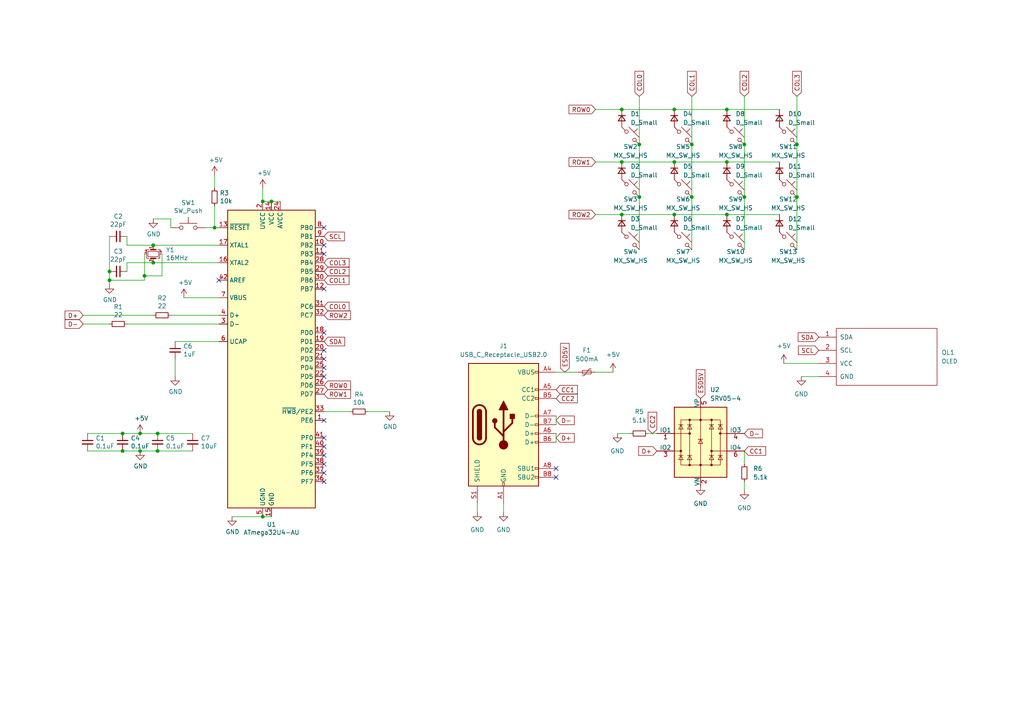
<source format=kicad_sch>
(kicad_sch (version 20211123) (generator eeschema)
  (paper "A4")
  (lib_symbols
    (symbol "Connector:USB_C_Receptacle_USB2.0" (pin_names (offset 1.016))
      (property "Reference" "J" (at -10.16 19.05 0))
      (property "Value" "USB_C_Receptacle_USB2.0" (at 19.05 19.05 0))
      (symbol "USB_C_Receptacle_USB2.0_0_0"
        (rectangle (start -0.254 -17.78) (end 0.254 -16.764))
        (rectangle (start 10.16 -14.986) (end 9.144 -15.494))
        (rectangle (start 10.16 -12.446) (end 9.144 -12.954))
        (rectangle (start 10.16 -4.826) (end 9.144 -5.334))
        (rectangle (start 10.16 -2.286) (end 9.144 -2.794))
        (rectangle (start 10.16 0.254) (end 9.144 -0.254))
        (rectangle (start 10.16 2.794) (end 9.144 2.286))
        (rectangle (start 10.16 7.874) (end 9.144 7.366))
        (rectangle (start 10.16 10.414) (end 9.144 9.906))
        (rectangle (start 10.16 15.494) (end 9.144 14.986))
      )
      (symbol "USB_C_Receptacle_USB2.0_0_1"
        (rectangle (start -10.16 17.78) (end 10.16 -17.78) (stroke (width 0.254)) (fill (type background)))
        (arc (start -8.89 -3.81) (mid -6.985 -5.715) (end -5.08 -3.81) (stroke (width 0.508)))
        (arc (start -7.62 -3.81) (mid -6.985 -4.445) (end -6.35 -3.81) (stroke (width 0.254)))
        (arc (start -7.62 -3.81) (mid -6.985 -4.445) (end -6.35 -3.81) (stroke (width 0.254)) (fill (type outline)))
        (rectangle (start -7.62 -3.81) (end -6.35 3.81) (stroke (width 0.254)) (fill (type outline)))
        (arc (start -6.35 3.81) (mid -6.985 4.445) (end -7.62 3.81) (stroke (width 0.254)))
        (arc (start -6.35 3.81) (mid -6.985 4.445) (end -7.62 3.81) (stroke (width 0.254)) (fill (type outline)))
        (arc (start -5.08 3.81) (mid -6.985 5.715) (end -8.89 3.81) (stroke (width 0.508)))
        (circle (center -2.54 1.143) (radius 0.635) (stroke (width 0.254)) (fill (type outline)))
        (circle (center 0 -5.842) (radius 1.27) (fill (type outline)))
        (polyline (pts (xy -8.89 -3.81) (xy -8.89 3.81)) (stroke (width 0.508)))
        (polyline (pts (xy -5.08 3.81) (xy -5.08 -3.81)) (stroke (width 0.508)))
        (polyline (pts (xy 0 -5.842) (xy 0 4.318)) (stroke (width 0.508)))
        (polyline (pts (xy 0 -3.302) (xy -2.54 -0.762) (xy -2.54 0.508)) (stroke (width 0.508)))
        (polyline (pts (xy 0 -2.032) (xy 2.54 0.508) (xy 2.54 1.778)) (stroke (width 0.508)))
        (polyline (pts (xy -1.27 4.318) (xy 0 6.858) (xy 1.27 4.318) (xy -1.27 4.318)) (stroke (width 0.254)) (fill (type outline)))
        (rectangle (start 1.905 1.778) (end 3.175 3.048) (stroke (width 0.254)) (fill (type outline)))
      )
      (symbol "USB_C_Receptacle_USB2.0_1_1"
        (pin passive line (at 0 -22.86 90) (length 5.08) (name "GND") (number "A1"))
        (pin passive line (at 0 -22.86 90) (length 5.08) hide (name "GND") (number "A12"))
        (pin passive line (at 15.24 15.24 180) (length 5.08) (name "VBUS") (number "A4"))
        (pin bidirectional line (at 15.24 10.16 180) (length 5.08) (name "CC1") (number "A5"))
        (pin bidirectional line (at 15.24 -2.54 180) (length 5.08) (name "D+") (number "A6"))
        (pin bidirectional line (at 15.24 2.54 180) (length 5.08) (name "D-") (number "A7"))
        (pin bidirectional line (at 15.24 -12.7 180) (length 5.08) (name "SBU1") (number "A8"))
        (pin passive line (at 15.24 15.24 180) (length 5.08) hide (name "VBUS") (number "A9"))
        (pin passive line (at 0 -22.86 90) (length 5.08) hide (name "GND") (number "B1"))
        (pin passive line (at 0 -22.86 90) (length 5.08) hide (name "GND") (number "B12"))
        (pin passive line (at 15.24 15.24 180) (length 5.08) hide (name "VBUS") (number "B4"))
        (pin bidirectional line (at 15.24 7.62 180) (length 5.08) (name "CC2") (number "B5"))
        (pin bidirectional line (at 15.24 -5.08 180) (length 5.08) (name "D+") (number "B6"))
        (pin bidirectional line (at 15.24 0 180) (length 5.08) (name "D-") (number "B7"))
        (pin bidirectional line (at 15.24 -15.24 180) (length 5.08) (name "SBU2") (number "B8"))
        (pin passive line (at 15.24 15.24 180) (length 5.08) hide (name "VBUS") (number "B9"))
        (pin passive line (at -7.62 -22.86 90) (length 5.08) (name "SHIELD") (number "S1"))
      )
    )
    (symbol "Device:C_Small" (pin_numbers hide) (pin_names (offset 0.254) hide)
      (property "Reference" "C" (at 0.254 1.778 0))
      (property "Value" "C_Small" (at 0.254 -2.032 0))
      (symbol "C_Small_0_1"
        (polyline (pts (xy -1.524 -0.508) (xy 1.524 -0.508)) (stroke (width 0.3302)))
        (polyline (pts (xy -1.524 0.508) (xy 1.524 0.508)) (stroke (width 0.3048)))
      )
      (symbol "C_Small_1_1"
        (pin passive line (at 0 2.54 270) (length 2.032) (name "~") (number "1"))
        (pin passive line (at 0 -2.54 90) (length 2.032) (name "~") (number "2"))
      )
    )
    (symbol "Device:Crystal_GND24_Small" (pin_names (offset 1.016) hide)
      (property "Reference" "Y" (at 1.27 4.445 0))
      (property "Value" "Crystal_GND24_Small" (at 1.27 2.54 0))
      (symbol "Crystal_GND24_Small_0_1"
        (rectangle (start -0.762 -1.524) (end 0.762 1.524))
        (polyline (pts (xy -1.27 -0.762) (xy -1.27 0.762)) (stroke (width 0.381)))
        (polyline (pts (xy 1.27 -0.762) (xy 1.27 0.762)) (stroke (width 0.381)))
        (polyline (pts (xy -1.27 -1.27) (xy -1.27 -1.905) (xy 1.27 -1.905) (xy 1.27 -1.27)))
        (polyline (pts (xy -1.27 1.27) (xy -1.27 1.905) (xy 1.27 1.905) (xy 1.27 1.27)))
      )
      (symbol "Crystal_GND24_Small_1_1"
        (pin passive line (at -2.54 0 0) (length 1.27) (name "1") (number "1"))
        (pin passive line (at 0 -2.54 90) (length 0.635) (name "2") (number "2"))
        (pin passive line (at 2.54 0 180) (length 1.27) (name "3") (number "3"))
        (pin passive line (at 0 2.54 270) (length 0.635) (name "4") (number "4"))
      )
    )
    (symbol "Device:D_Small" (pin_numbers hide) (pin_names (offset 0.254) hide)
      (property "Reference" "D" (at -1.27 2.032 0))
      (property "Value" "D_Small" (at -3.81 -2.032 0))
      (symbol "D_Small_0_1"
        (polyline (pts (xy -0.762 -1.016) (xy -0.762 1.016)) (stroke (width 0.254)))
        (polyline (pts (xy -0.762 0) (xy 0.762 0)))
        (polyline (pts (xy 0.762 -1.016) (xy -0.762 0) (xy 0.762 1.016) (xy 0.762 -1.016)) (stroke (width 0.254)))
      )
      (symbol "D_Small_1_1"
        (pin passive line (at -2.54 0 0) (length 1.778) (name "K") (number "1"))
        (pin passive line (at 2.54 0 180) (length 1.778) (name "A") (number "2"))
      )
    )
    (symbol "Device:Polyfuse_Small" (pin_numbers hide) (pin_names (offset 0))
      (property "Reference" "F" (at -1.905 0 90))
      (property "Value" "Polyfuse_Small" (at 1.905 0 90))
      (symbol "Polyfuse_Small_0_1"
        (rectangle (start -0.508 1.27) (end 0.508 -1.27))
        (polyline (pts (xy 0 2.54) (xy 0 -2.54)))
        (polyline (pts (xy -1.016 1.27) (xy -1.016 0.762) (xy 1.016 -0.762) (xy 1.016 -1.27)))
      )
      (symbol "Polyfuse_Small_1_1"
        (pin passive line (at 0 2.54 270) (length 0.635) (name "~") (number "1"))
        (pin passive line (at 0 -2.54 90) (length 0.635) (name "~") (number "2"))
      )
    )
    (symbol "Device:R_Small" (pin_numbers hide) (pin_names (offset 0.254) hide)
      (property "Reference" "R" (at 0.762 0.508 0))
      (property "Value" "R_Small" (at 0.762 -1.016 0))
      (symbol "R_Small_0_1"
        (rectangle (start -0.762 1.778) (end 0.762 -1.778) (stroke (width 0.2032)))
      )
      (symbol "R_Small_1_1"
        (pin passive line (at 0 2.54 270) (length 0.762) (name "~") (number "1"))
        (pin passive line (at 0 -2.54 90) (length 0.762) (name "~") (number "2"))
      )
    )
    (symbol "Power_Protection:SRV05-4" (pin_names (offset 0))
      (property "Reference" "U" (at -5.08 11.43 0))
      (property "Value" "SRV05-4" (at 2.54 11.43 0))
      (symbol "SRV05-4_0_0"
        (rectangle (start -5.715 6.477) (end 5.715 -6.604))
        (polyline (pts (xy -3.175 -6.604) (xy -3.175 6.477)))
        (polyline (pts (xy 3.175 6.477) (xy 3.175 -6.604)))
      )
      (symbol "SRV05-4_0_1"
        (rectangle (start -7.62 10.16) (end 7.62 -10.16) (stroke (width 0.254)) (fill (type background)))
        (circle (center -5.715 -2.54) (radius 0.2794) (fill (type outline)))
        (circle (center -3.175 -6.604) (radius 0.2794) (fill (type outline)))
        (circle (center -3.175 2.54) (radius 0.2794) (fill (type outline)))
        (circle (center -3.175 6.477) (radius 0.2794) (fill (type outline)))
        (circle (center 0 -6.604) (radius 0.2794) (fill (type outline)))
        (polyline (pts (xy -7.747 2.54) (xy -3.175 2.54)))
        (polyline (pts (xy -7.62 -2.54) (xy -5.715 -2.54)))
        (polyline (pts (xy -5.08 -3.81) (xy -6.35 -3.81)))
        (polyline (pts (xy -5.08 5.08) (xy -6.35 5.08)))
        (polyline (pts (xy -2.54 -3.81) (xy -3.81 -3.81)))
        (polyline (pts (xy -2.54 5.08) (xy -3.81 5.08)))
        (polyline (pts (xy 0 10.16) (xy 0 -10.16)))
        (polyline (pts (xy 3.81 -3.81) (xy 2.54 -3.81)))
        (polyline (pts (xy 3.81 5.08) (xy 2.54 5.08)))
        (polyline (pts (xy 6.35 -3.81) (xy 5.08 -3.81)))
        (polyline (pts (xy 6.35 5.08) (xy 5.08 5.08)))
        (polyline (pts (xy 7.62 -2.54) (xy 3.175 -2.54)))
        (polyline (pts (xy 7.62 2.54) (xy 5.715 2.54)))
        (polyline (pts (xy 0.635 0.889) (xy -0.635 0.889) (xy -0.635 0.635)))
        (polyline (pts (xy -5.08 -5.08) (xy -6.35 -5.08) (xy -5.715 -3.81) (xy -5.08 -5.08)))
        (polyline (pts (xy -5.08 3.81) (xy -6.35 3.81) (xy -5.715 5.08) (xy -5.08 3.81)))
        (polyline (pts (xy -2.54 -5.08) (xy -3.81 -5.08) (xy -3.175 -3.81) (xy -2.54 -5.08)))
        (polyline (pts (xy -2.54 3.81) (xy -3.81 3.81) (xy -3.175 5.08) (xy -2.54 3.81)))
        (polyline (pts (xy 0.635 -0.381) (xy -0.635 -0.381) (xy 0 0.889) (xy 0.635 -0.381)))
        (polyline (pts (xy 3.81 -5.08) (xy 2.54 -5.08) (xy 3.175 -3.81) (xy 3.81 -5.08)))
        (polyline (pts (xy 3.81 3.81) (xy 2.54 3.81) (xy 3.175 5.08) (xy 3.81 3.81)))
        (polyline (pts (xy 6.35 -5.08) (xy 5.08 -5.08) (xy 5.715 -3.81) (xy 6.35 -5.08)))
        (polyline (pts (xy 6.35 3.81) (xy 5.08 3.81) (xy 5.715 5.08) (xy 6.35 3.81)))
        (circle (center 0 6.477) (radius 0.2794) (fill (type outline)))
        (circle (center 3.175 -6.604) (radius 0.2794) (fill (type outline)))
        (circle (center 3.175 -2.54) (radius 0.2794) (fill (type outline)))
        (circle (center 3.175 6.477) (radius 0.2794) (fill (type outline)))
        (circle (center 5.715 2.54) (radius 0.2794) (fill (type outline)))
      )
      (symbol "SRV05-4_1_1"
        (pin passive line (at -12.7 2.54 0) (length 5.08) (name "IO1") (number "1"))
        (pin passive line (at 0 -12.7 90) (length 2.54) (name "VN") (number "2"))
        (pin passive line (at -12.7 -2.54 0) (length 5.08) (name "IO2") (number "3"))
        (pin passive line (at 12.7 2.54 180) (length 5.08) (name "IO3") (number "4"))
        (pin passive line (at 0 12.7 270) (length 2.54) (name "VP") (number "5"))
        (pin passive line (at 12.7 -2.54 180) (length 5.08) (name "IO4") (number "6"))
      )
    )
    (symbol "Switch:SW_Push" (pin_numbers hide) (pin_names (offset 1.016) hide)
      (property "Reference" "SW" (at 1.27 2.54 0))
      (property "Value" "SW_Push" (at 0 -1.524 0))
      (symbol "SW_Push_0_1"
        (circle (center -2.032 0) (radius 0.508))
        (polyline (pts (xy 0 1.27) (xy 0 3.048)))
        (polyline (pts (xy 2.54 1.27) (xy -2.54 1.27)))
        (circle (center 2.032 0) (radius 0.508))
        (pin passive line (at -5.08 0 0) (length 2.54) (name "1") (number "1"))
        (pin passive line (at 5.08 0 180) (length 2.54) (name "2") (number "2"))
      )
    )
    (symbol "hayabusa04-rescue:ATmega32U4-AU-MCU_Microchip_ATmega"
      (property "Reference" "U" (at -12.7 44.45 0))
      (property "Value" "ATmega32U4-AU-MCU_Microchip_ATmega" (at 2.54 -44.45 0))
      (symbol "ATmega32U4-AU-MCU_Microchip_ATmega_0_1"
        (rectangle (start -12.7 -43.18) (end 12.7 43.18) (stroke (width 0.254)) (fill (type background)))
      )
      (symbol "ATmega32U4-AU-MCU_Microchip_ATmega_1_1"
        (pin tri_state line (at 15.24 -17.78 180) (length 2.54) (name "PE6") (number "1"))
        (pin tri_state line (at 15.24 33.02 180) (length 2.54) (name "PB2") (number "10"))
        (pin tri_state line (at 15.24 30.48 180) (length 2.54) (name "PB3") (number "11"))
        (pin tri_state line (at 15.24 20.32 180) (length 2.54) (name "PB7") (number "12"))
        (pin input line (at -15.24 38.1 0) (length 2.54) (name "~{RESET}") (number "13"))
        (pin power_in line (at 0 45.72 270) (length 2.54) (name "VCC") (number "14"))
        (pin power_in line (at 0 -45.72 90) (length 2.54) (name "GND") (number "15"))
        (pin output line (at -15.24 27.94 0) (length 2.54) (name "XTAL2") (number "16"))
        (pin input line (at -15.24 33.02 0) (length 2.54) (name "XTAL1") (number "17"))
        (pin tri_state line (at 15.24 7.62 180) (length 2.54) (name "PD0") (number "18"))
        (pin tri_state line (at 15.24 5.08 180) (length 2.54) (name "PD1") (number "19"))
        (pin power_in line (at -2.54 45.72 270) (length 2.54) (name "UVCC") (number "2"))
        (pin tri_state line (at 15.24 2.54 180) (length 2.54) (name "PD2") (number "20"))
        (pin tri_state line (at 15.24 0 180) (length 2.54) (name "PD3") (number "21"))
        (pin tri_state line (at 15.24 -5.08 180) (length 2.54) (name "PD5") (number "22"))
        (pin passive line (at 0 -45.72 90) (length 2.54) hide (name "GND") (number "23"))
        (pin power_in line (at 2.54 45.72 270) (length 2.54) (name "AVCC") (number "24"))
        (pin tri_state line (at 15.24 -2.54 180) (length 2.54) (name "PD4") (number "25"))
        (pin tri_state line (at 15.24 -7.62 180) (length 2.54) (name "PD6") (number "26"))
        (pin tri_state line (at 15.24 -10.16 180) (length 2.54) (name "PD7") (number "27"))
        (pin tri_state line (at 15.24 27.94 180) (length 2.54) (name "PB4") (number "28"))
        (pin tri_state line (at 15.24 25.4 180) (length 2.54) (name "PB5") (number "29"))
        (pin bidirectional line (at -15.24 10.16 0) (length 2.54) (name "D-") (number "3"))
        (pin tri_state line (at 15.24 22.86 180) (length 2.54) (name "PB6") (number "30"))
        (pin tri_state line (at 15.24 15.24 180) (length 2.54) (name "PC6") (number "31"))
        (pin tri_state line (at 15.24 12.7 180) (length 2.54) (name "PC7") (number "32"))
        (pin tri_state line (at 15.24 -15.24 180) (length 2.54) (name "~{HWB}/PE2") (number "33"))
        (pin passive line (at 0 45.72 270) (length 2.54) hide (name "VCC") (number "34"))
        (pin passive line (at 0 -45.72 90) (length 2.54) hide (name "GND") (number "35"))
        (pin tri_state line (at 15.24 -35.56 180) (length 2.54) (name "PF7") (number "36"))
        (pin tri_state line (at 15.24 -33.02 180) (length 2.54) (name "PF6") (number "37"))
        (pin tri_state line (at 15.24 -30.48 180) (length 2.54) (name "PF5") (number "38"))
        (pin tri_state line (at 15.24 -27.94 180) (length 2.54) (name "PF4") (number "39"))
        (pin bidirectional line (at -15.24 12.7 0) (length 2.54) (name "D+") (number "4"))
        (pin tri_state line (at 15.24 -25.4 180) (length 2.54) (name "PF1") (number "40"))
        (pin tri_state line (at 15.24 -22.86 180) (length 2.54) (name "PF0") (number "41"))
        (pin passive line (at -15.24 22.86 0) (length 2.54) (name "AREF") (number "42"))
        (pin passive line (at 0 -45.72 90) (length 2.54) hide (name "GND") (number "43"))
        (pin passive line (at 2.54 45.72 270) (length 2.54) hide (name "AVCC") (number "44"))
        (pin passive line (at -2.54 -45.72 90) (length 2.54) (name "UGND") (number "5"))
        (pin passive line (at -15.24 5.08 0) (length 2.54) (name "UCAP") (number "6"))
        (pin input line (at -15.24 17.78 0) (length 2.54) (name "VBUS") (number "7"))
        (pin tri_state line (at 15.24 38.1 180) (length 2.54) (name "PB0") (number "8"))
        (pin tri_state line (at 15.24 35.56 180) (length 2.54) (name "PB1") (number "9"))
      )
    )
    (symbol "kbd:OLED" (pin_names (offset 1.016))
      (property "Reference" "OL" (at 0 2.54 0))
      (property "Value" "OLED" (at 0 -1.27 0))
      (symbol "OLED_0_1"
        (rectangle (start -13.97 8.89) (end 15.24 -7.62))
      )
      (symbol "OLED_1_1"
        (pin bidirectional line (at -19.05 6.35 0) (length 5.08) (name "SDA") (number "1"))
        (pin bidirectional line (at -19.05 2.54 0) (length 5.08) (name "SCL") (number "2"))
        (pin power_in line (at -19.05 -1.27 0) (length 5.08) (name "VCC") (number "3"))
        (pin power_in line (at -19.05 -5.08 0) (length 5.08) (name "GND") (number "4"))
      )
    )
    (symbol "marbastlib-mx:MX_SW_HS" (pin_numbers hide) (pin_names (offset 1.016) hide)
      (property "Reference" "SW" (at 3.048 1.016 0))
      (property "Value" "MX_SW_HS" (at 0 -3.81 0))
      (symbol "MX_SW_HS_0_1"
        (circle (center -1.1684 1.1684) (radius 0.508))
        (polyline (pts (xy -0.508 2.54) (xy 2.54 -0.508)))
        (polyline (pts (xy 1.016 1.016) (xy 2.032 2.032)))
        (polyline (pts (xy -2.54 2.54) (xy -1.524 1.524) (xy -1.524 1.524)))
        (polyline (pts (xy 1.524 -1.524) (xy 2.54 -2.54) (xy 2.54 -2.54) (xy 2.54 -2.54)))
        (circle (center 1.143 -1.1938) (radius 0.508))
        (pin passive line (at -2.54 2.54 0) (length 0) (name "1") (number "1"))
        (pin passive line (at 2.54 -2.54 180) (length 0) (name "2") (number "2"))
      )
    )
    (symbol "power:+5V" (power) (pin_names (offset 0))
      (property "Value" "+5V" (at 0 3.556 0))
      (symbol "+5V_0_1"
        (polyline (pts (xy -0.762 1.27) (xy 0 2.54)))
        (polyline (pts (xy 0 0) (xy 0 2.54)))
        (polyline (pts (xy 0 2.54) (xy 0.762 1.27)))
      )
      (symbol "+5V_1_1"
        (pin power_in line (at 0 0 90) (length 0) hide (name "+5V") (number "1"))
      )
    )
    (symbol "power:GND" (power) (pin_names (offset 0))
      (property "Value" "GND" (at 0 -3.81 0))
      (symbol "GND_0_1"
        (polyline (pts (xy 0 0) (xy 0 -1.27) (xy 1.27 -1.27) (xy 0 -2.54) (xy -1.27 -1.27) (xy 0 -1.27)))
      )
      (symbol "GND_1_1"
        (pin power_in line (at 0 0 270) (length 0) hide (name "GND") (number "1"))
      )
    )
  )
  (junction (at 45.72 125.73))
  (junction (at 40.64 130.81))
  (junction (at 35.56 125.73))
  (junction (at 76.2 58.42))
  (junction (at 195.58 31.75))
  (junction (at 31.75 81.28))
  (junction (at 40.64 125.73))
  (junction (at 200.66 41.91))
  (junction (at 35.56 130.81))
  (junction (at 195.58 62.23))
  (junction (at 215.9 41.91))
  (junction (at 195.58 46.99))
  (junction (at 180.34 31.75))
  (junction (at 44.45 71.12))
  (junction (at 210.82 31.75))
  (junction (at 200.66 57.15))
  (junction (at 76.2 149.86))
  (junction (at 210.82 46.99))
  (junction (at 231.14 41.91))
  (junction (at 185.42 41.91))
  (junction (at 31.75 78.74))
  (junction (at 215.9 57.15))
  (junction (at 180.34 46.99))
  (junction (at 231.14 57.15))
  (junction (at 41.91 80.01))
  (junction (at 210.82 62.23))
  (junction (at 78.74 58.42))
  (junction (at 180.34 62.23))
  (junction (at 44.45 76.2))
  (junction (at 62.23 66.04))
  (junction (at 185.42 57.15))
  (junction (at 45.72 130.81))
  (no_connect (at 93.98 71.12))
  (no_connect (at 93.98 83.82))
  (no_connect (at 93.98 66.04))
  (no_connect (at 93.98 121.92))
  (no_connect (at 93.98 127))
  (no_connect (at 93.98 101.6))
  (no_connect (at 93.98 134.62))
  (no_connect (at 93.98 104.14))
  (no_connect (at 161.29 135.89))
  (no_connect (at 93.98 109.22))
  (no_connect (at 93.98 96.52))
  (no_connect (at 93.98 106.68))
  (no_connect (at 161.29 138.43))
  (no_connect (at 93.98 139.7))
  (no_connect (at 93.98 137.16))
  (no_connect (at 93.98 129.54))
  (no_connect (at 93.98 73.66))
  (no_connect (at 63.5 81.28))
  (no_connect (at 93.98 132.08))
  (wire (pts (xy 232.41 109.22) (xy 237.49 109.22)))
  (wire (pts (xy 62.23 50.8) (xy 62.23 54.61)))
  (wire (pts (xy 180.34 31.75) (xy 195.58 31.75)))
  (wire (pts (xy 53.34 86.36) (xy 63.5 86.36)))
  (wire (pts (xy 215.9 130.81) (xy 215.9 134.62)))
  (wire (pts (xy 44.45 71.12) (xy 63.5 71.12)))
  (wire (pts (xy 49.53 63.5) (xy 49.53 66.04)))
  (wire (pts (xy 31.75 93.98) (xy 24.13 93.98)))
  (wire (pts (xy 106.68 119.38) (xy 113.03 119.38)))
  (wire (pts (xy 185.42 57.15) (xy 185.42 72.39)))
  (wire (pts (xy 180.34 46.99) (xy 195.58 46.99)))
  (wire (pts (xy 195.58 31.75) (xy 210.82 31.75)))
  (wire (pts (xy 187.96 125.73) (xy 190.5 125.73)))
  (wire (pts (xy 215.9 57.15) (xy 215.9 72.39)))
  (wire (pts (xy 210.82 46.99) (xy 226.06 46.99)))
  (wire (pts (xy 172.72 107.95) (xy 177.8 107.95)))
  (wire (pts (xy 146.05 146.05) (xy 146.05 148.59)))
  (wire (pts (xy 231.14 41.91) (xy 231.14 57.15)))
  (wire (pts (xy 172.72 62.23) (xy 180.34 62.23)))
  (wire (pts (xy 62.23 66.04) (xy 63.5 66.04)))
  (wire (pts (xy 44.45 76.2) (xy 63.5 76.2)))
  (wire (pts (xy 44.45 76.2) (xy 36.83 76.2)))
  (wire (pts (xy 31.75 81.28) (xy 31.75 82.55)))
  (wire (pts (xy 45.72 125.73) (xy 55.88 125.73)))
  (wire (pts (xy 172.72 46.99) (xy 180.34 46.99)))
  (wire (pts (xy 36.83 68.58) (xy 36.83 71.12)))
  (wire (pts (xy 44.45 63.5) (xy 49.53 63.5)))
  (wire (pts (xy 50.8 104.14) (xy 50.8 109.22)))
  (wire (pts (xy 195.58 62.23) (xy 210.82 62.23)))
  (wire (pts (xy 41.91 73.66) (xy 41.91 80.01)))
  (wire (pts (xy 46.99 73.66) (xy 46.99 80.01)))
  (wire (pts (xy 31.75 78.74) (xy 31.75 81.28)))
  (wire (pts (xy 172.72 31.75) (xy 180.34 31.75)))
  (wire (pts (xy 50.8 99.06) (xy 63.5 99.06)))
  (wire (pts (xy 63.5 91.44) (xy 49.53 91.44)))
  (wire (pts (xy 55.88 130.81) (xy 45.72 130.81)))
  (wire (pts (xy 41.91 81.28) (xy 31.75 81.28)))
  (wire (pts (xy 161.29 125.73) (xy 161.29 128.27)))
  (wire (pts (xy 161.29 107.95) (xy 167.64 107.95)))
  (wire (pts (xy 93.98 119.38) (xy 101.6 119.38)))
  (wire (pts (xy 231.14 27.94) (xy 231.14 41.91)))
  (wire (pts (xy 76.2 58.42) (xy 78.74 58.42)))
  (wire (pts (xy 40.64 130.81) (xy 35.56 130.81)))
  (wire (pts (xy 62.23 59.69) (xy 62.23 66.04)))
  (wire (pts (xy 195.58 46.99) (xy 210.82 46.99)))
  (wire (pts (xy 210.82 62.23) (xy 226.06 62.23)))
  (wire (pts (xy 35.56 125.73) (xy 40.64 125.73)))
  (wire (pts (xy 41.91 80.01) (xy 41.91 81.28)))
  (wire (pts (xy 35.56 130.81) (xy 25.4 130.81)))
  (wire (pts (xy 67.31 149.86) (xy 76.2 149.86)))
  (wire (pts (xy 36.83 76.2) (xy 36.83 78.74)))
  (wire (pts (xy 179.07 125.73) (xy 182.88 125.73)))
  (wire (pts (xy 215.9 139.7) (xy 215.9 142.24)))
  (wire (pts (xy 200.66 57.15) (xy 200.66 72.39)))
  (wire (pts (xy 215.9 41.91) (xy 215.9 57.15)))
  (wire (pts (xy 45.72 130.81) (xy 40.64 130.81)))
  (wire (pts (xy 210.82 31.75) (xy 226.06 31.75)))
  (wire (pts (xy 40.64 125.73) (xy 45.72 125.73)))
  (wire (pts (xy 76.2 149.86) (xy 78.74 149.86)))
  (wire (pts (xy 31.75 68.58) (xy 31.75 78.74)))
  (wire (pts (xy 200.66 41.91) (xy 200.66 57.15)))
  (wire (pts (xy 63.5 93.98) (xy 36.83 93.98)))
  (wire (pts (xy 215.9 27.94) (xy 215.9 41.91)))
  (wire (pts (xy 180.34 62.23) (xy 195.58 62.23)))
  (wire (pts (xy 185.42 41.91) (xy 185.42 57.15)))
  (wire (pts (xy 46.99 80.01) (xy 41.91 80.01)))
  (wire (pts (xy 231.14 57.15) (xy 231.14 72.39)))
  (wire (pts (xy 161.29 120.65) (xy 161.29 123.19)))
  (wire (pts (xy 78.74 58.42) (xy 81.28 58.42)))
  (wire (pts (xy 44.45 91.44) (xy 24.13 91.44)))
  (wire (pts (xy 76.2 54.61) (xy 76.2 58.42)))
  (wire (pts (xy 25.4 125.73) (xy 35.56 125.73)))
  (wire (pts (xy 138.43 146.05) (xy 138.43 148.59)))
  (wire (pts (xy 36.83 71.12) (xy 44.45 71.12)))
  (wire (pts (xy 185.42 27.94) (xy 185.42 41.91)))
  (wire (pts (xy 200.66 27.94) (xy 200.66 41.91)))
  (wire (pts (xy 227.33 105.41) (xy 237.49 105.41)))
  (wire (pts (xy 59.69 66.04) (xy 62.23 66.04)))
  (global_label "SDA" (shape input) (at 93.98 99.06 0) (property "Intersheet References" "${INTERSHEET_REFS}" (effects hide)))
  (global_label "SCL" (shape input) (at 237.49 101.6 180) (property "Intersheet References" "${INTERSHEET_REFS}" (effects hide)))
  (global_label "ROW0" (shape input) (at 93.98 111.76 0) (property "Intersheet References" "${INTERSHEET_REFS}" (effects hide)))
  (global_label "D-" (shape input) (at 161.29 121.92 0) (property "Intersheet References" "${INTERSHEET_REFS}" (effects hide)))
  (global_label "COL1" (shape input) (at 200.66 27.94 90) (property "Intersheet References" "${INTERSHEET_REFS}" (effects hide)))
  (global_label "D+" (shape input) (at 161.29 127 0) (property "Intersheet References" "${INTERSHEET_REFS}" (effects hide)))
  (global_label "COL1" (shape input) (at 93.98 81.28 0) (property "Intersheet References" "${INTERSHEET_REFS}" (effects hide)))
  (global_label "CC2" (shape input) (at 161.29 115.57 0) (property "Intersheet References" "${INTERSHEET_REFS}" (effects hide)))
  (global_label "D-" (shape input) (at 215.9 125.73 0) (property "Intersheet References" "${INTERSHEET_REFS}" (effects hide)))
  (global_label "CC2" (shape input) (at 189.23 125.73 90) (property "Intersheet References" "${INTERSHEET_REFS}" (effects hide)))
  (global_label "SCL" (shape input) (at 93.98 68.58 0) (property "Intersheet References" "${INTERSHEET_REFS}" (effects hide)))
  (global_label "D+" (shape input) (at 190.5 130.81 180) (property "Intersheet References" "${INTERSHEET_REFS}" (effects hide)))
  (global_label "D-" (shape input) (at 24.13 93.98 180) (property "Intersheet References" "${INTERSHEET_REFS}" (effects hide)))
  (global_label "COL2" (shape input) (at 93.98 78.74 0) (property "Intersheet References" "${INTERSHEET_REFS}" (effects hide)))
  (global_label "D+" (shape input) (at 24.13 91.44 180) (property "Intersheet References" "${INTERSHEET_REFS}" (effects hide)))
  (global_label "CC1" (shape input) (at 215.9 130.81 0) (property "Intersheet References" "${INTERSHEET_REFS}" (effects hide)))
  (global_label "ROW1" (shape input) (at 93.98 114.3 0) (property "Intersheet References" "${INTERSHEET_REFS}" (effects hide)))
  (global_label "COL0" (shape input) (at 93.98 88.9 0) (property "Intersheet References" "${INTERSHEET_REFS}" (effects hide)))
  (global_label "COL3" (shape input) (at 231.14 27.94 90) (property "Intersheet References" "${INTERSHEET_REFS}" (effects hide)))
  (global_label "ROW2" (shape input) (at 172.72 62.23 180) (property "Intersheet References" "${INTERSHEET_REFS}" (effects hide)))
  (global_label "COL2" (shape input) (at 215.9 27.94 90) (property "Intersheet References" "${INTERSHEET_REFS}" (effects hide)))
  (global_label "ESD5V" (shape input) (at 203.2 115.57 90) (property "Intersheet References" "${INTERSHEET_REFS}" (effects hide)))
  (global_label "ROW0" (shape input) (at 172.72 31.75 180) (property "Intersheet References" "${INTERSHEET_REFS}" (effects hide)))
  (global_label "COL3" (shape input) (at 93.98 76.2 0) (property "Intersheet References" "${INTERSHEET_REFS}" (effects hide)))
  (global_label "ESD5V" (shape input) (at 163.83 107.95 90) (property "Intersheet References" "${INTERSHEET_REFS}" (effects hide)))
  (global_label "COL0" (shape input) (at 185.42 27.94 90) (property "Intersheet References" "${INTERSHEET_REFS}" (effects hide)))
  (global_label "SDA" (shape input) (at 237.49 97.79 180) (property "Intersheet References" "${INTERSHEET_REFS}" (effects hide)))
  (global_label "ROW1" (shape input) (at 172.72 46.99 180) (property "Intersheet References" "${INTERSHEET_REFS}" (effects hide)))
  (global_label "ROW2" (shape input) (at 93.98 91.44 0) (property "Intersheet References" "${INTERSHEET_REFS}" (effects hide)))
  (global_label "CC1" (shape input) (at 161.29 113.03 0) (property "Intersheet References" "${INTERSHEET_REFS}" (effects hide)))
  (symbol (lib_id "Device:Crystal_GND24_Small") (at 44.45 73.66 270) (unit 1)
    (property "Reference" "Y1" (at 48.1076 72.4916 90) (effects (justify left)))
    (property "Value" "16MHz" (at 48.1076 74.803 90) (effects (justify left)))
    (property "Footprint" "Crystal:Crystal_SMD_3225-4Pin_3.2x2.5mm" (effects hide))
  )
  (symbol (lib_id "Device:C_Small") (at 25.4 128.27 0) (unit 1)
    (property "Reference" "C1" (at 27.7368 127.1016 0) (effects (justify left)))
    (property "Value" "0.1uF" (at 27.7368 129.413 0) (effects (justify left)))
    (property "Footprint" "Capacitor_SMD:C_0805_2012Metric" (effects hide))
  )
  (symbol (lib_id "marbastlib-mx:MX_SW_HS") (at 228.6 54.61 0) (unit 1)
    (property "Reference" "SW12" (at 228.6 57.785 0))
    (property "Value" "MX_SW_HS" (at 228.6 60.325 0))
    (property "Footprint" "marbastlib-mx:SW_MX_HS_1u" (effects hide))
  )
  (symbol (lib_id "Switch:SW_Push") (at 54.61 66.04 0) (unit 1)
    (property "Reference" "SW1" (at 54.61 58.801 0))
    (property "Value" "SW_Push" (at 54.61 61.1124 0))
    (property "Footprint" "marbastlib-various:SW_SPST_SKQG_WithStem" (effects hide))
  )
  (symbol (lib_id "Device:D_Small") (at 226.06 64.77 270) (unit 1)
    (property "Reference" "D12" (at 228.6 63.4999 90) (effects (justify left)))
    (property "Value" "D_Small" (at 228.6 66.0399 90) (effects (justify left)))
    (property "Footprint" "Diode_SMD:D_SOD-123" (effects hide))
  )
  (symbol (lib_id "Device:R_Small") (at 215.9 137.16 180) (unit 1)
    (property "Reference" "R6" (at 218.44 135.8899 0) (effects (justify right)))
    (property "Value" "5.1k" (at 218.44 138.4299 0) (effects (justify right)))
    (property "Footprint" "Resistor_SMD:R_0805_2012Metric" (effects hide))
  )
  (symbol (lib_id "Device:R_Small") (at 185.42 125.73 270) (unit 1)
    (property "Reference" "R5" (at 185.42 119.38 90))
    (property "Value" "5.1k" (at 185.42 121.92 90))
    (property "Footprint" "Resistor_SMD:R_0805_2012Metric" (effects hide))
  )
  (symbol (lib_id "Device:D_Small") (at 195.58 64.77 270) (unit 1)
    (property "Reference" "D6" (at 198.12 63.4999 90) (effects (justify left)))
    (property "Value" "D_Small" (at 198.12 66.0399 90) (effects (justify left)))
    (property "Footprint" "Diode_SMD:D_SOD-123" (effects hide))
  )
  (symbol (lib_id "marbastlib-mx:MX_SW_HS") (at 228.6 39.37 0) (unit 1)
    (property "Reference" "SW11" (at 228.6 42.545 0))
    (property "Value" "MX_SW_HS" (at 228.6 45.085 0))
    (property "Footprint" "marbastlib-mx:SW_MX_HS_1u" (effects hide))
  )
  (symbol (lib_id "power:GND") (at 50.8 109.22 0) (unit 1)
    (property "Reference" "#PWR0114" (effects hide))
    (property "Value" "GND" (at 50.927 113.6142 0))
  )
  (symbol (lib_id "Device:C_Small") (at 50.8 101.6 0) (unit 1)
    (property "Reference" "C6" (at 53.1368 100.4316 0) (effects (justify left)))
    (property "Value" "1uF" (at 53.1368 102.743 0) (effects (justify left)))
    (property "Footprint" "Capacitor_SMD:C_0805_2012Metric" (effects hide))
  )
  (symbol (lib_id "power:GND") (at 67.31 149.86 0) (unit 1)
    (property "Reference" "#PWR0106" (effects hide))
    (property "Value" "GND" (at 67.437 154.2542 0))
  )
  (symbol (lib_id "Device:C_Small") (at 34.29 78.74 270) (unit 1)
    (property "Reference" "C3" (at 34.29 72.9234 90))
    (property "Value" "22pF" (at 34.29 75.2348 90))
    (property "Footprint" "Capacitor_SMD:C_0805_2012Metric" (effects hide))
  )
  (symbol (lib_id "power:+5V") (at 40.64 125.73 0) (unit 1)
    (property "Reference" "#PWR0116" (effects hide))
    (property "Value" "+5V" (at 41.021 121.3358 0))
  )
  (symbol (lib_id "marbastlib-mx:MX_SW_HS") (at 198.12 69.85 0) (unit 1)
    (property "Reference" "SW7" (at 198.12 73.025 0))
    (property "Value" "MX_SW_HS" (at 198.12 75.565 0))
    (property "Footprint" "marbastlib-mx:SW_MX_HS_1u" (effects hide))
  )
  (symbol (lib_id "hayabusa04-rescue:ATmega32U4-AU-MCU_Microchip_ATmega") (at 78.74 104.14 0) (unit 1)
    (property "Reference" "U1" (at 78.74 152.1206 0))
    (property "Value" "ATmega32U4-AU" (at 78.74 154.432 0))
    (property "Footprint" "Package_QFP:TQFP-44_10x10mm_P0.8mm" (effects hide))
    (property "Datasheet" "http://ww1.microchip.com/downloads/en/DeviceDoc/Atmel-7766-8-bit-AVR-ATmega16U4-32U4_Datasheet.pdf" (effects hide))
  )
  (symbol (lib_id "marbastlib-mx:MX_SW_HS") (at 228.6 69.85 0) (unit 1)
    (property "Reference" "SW13" (at 228.6 73.025 0))
    (property "Value" "MX_SW_HS" (at 228.6 75.565 0))
    (property "Footprint" "marbastlib-mx:SW_MX_HS_1u" (effects hide))
  )
  (symbol (lib_id "marbastlib-mx:MX_SW_HS") (at 213.36 54.61 0) (unit 1)
    (property "Reference" "SW9" (at 213.36 57.785 0))
    (property "Value" "MX_SW_HS" (at 213.36 60.325 0))
    (property "Footprint" "marbastlib-mx:SW_MX_HS_1u" (effects hide))
  )
  (symbol (lib_id "Device:D_Small") (at 180.34 34.29 270) (unit 1)
    (property "Reference" "D1" (at 182.88 33.0199 90) (effects (justify left)))
    (property "Value" "D_Small" (at 182.88 35.5599 90) (effects (justify left)))
    (property "Footprint" "Diode_SMD:D_SOD-123" (effects hide))
  )
  (symbol (lib_id "Device:D_Small") (at 226.06 34.29 270) (unit 1)
    (property "Reference" "D10" (at 228.6 33.0199 90) (effects (justify left)))
    (property "Value" "D_Small" (at 228.6 35.5599 90) (effects (justify left)))
    (property "Footprint" "Diode_SMD:D_SOD-123" (effects hide))
  )
  (symbol (lib_id "marbastlib-mx:MX_SW_HS") (at 198.12 54.61 0) (unit 1)
    (property "Reference" "SW6" (at 198.12 57.785 0))
    (property "Value" "MX_SW_HS" (at 198.12 60.325 0))
    (property "Footprint" "marbastlib-mx:SW_MX_HS_1u" (effects hide))
  )
  (symbol (lib_id "marbastlib-mx:MX_SW_HS") (at 198.12 39.37 0) (unit 1)
    (property "Reference" "SW5" (at 198.12 42.545 0))
    (property "Value" "MX_SW_HS" (at 198.12 45.085 0))
    (property "Footprint" "marbastlib-mx:SW_MX_HS_1u" (effects hide))
  )
  (symbol (lib_id "power:+5V") (at 76.2 54.61 0) (unit 1)
    (property "Reference" "#PWR0104" (effects hide))
    (property "Value" "+5V" (at 76.581 50.2158 0))
  )
  (symbol (lib_id "power:+5V") (at 53.34 86.36 0) (unit 1)
    (property "Reference" "#PWR0102" (effects hide))
    (property "Value" "+5V" (at 53.721 81.9658 0))
  )
  (symbol (lib_id "Device:R_Small") (at 62.23 57.15 0) (unit 1)
    (property "Reference" "R3" (at 63.7286 55.9816 0) (effects (justify left)))
    (property "Value" "10k" (at 63.7286 58.293 0) (effects (justify left)))
    (property "Footprint" "Resistor_SMD:R_0805_2012Metric" (effects hide))
  )
  (symbol (lib_id "Device:D_Small") (at 195.58 49.53 270) (unit 1)
    (property "Reference" "D5" (at 198.12 48.2599 90) (effects (justify left)))
    (property "Value" "D_Small" (at 198.12 50.7999 90) (effects (justify left)))
    (property "Footprint" "Diode_SMD:D_SOD-123" (effects hide))
  )
  (symbol (lib_id "Device:D_Small") (at 226.06 49.53 270) (unit 1)
    (property "Reference" "D11" (at 228.6 48.2599 90) (effects (justify left)))
    (property "Value" "D_Small" (at 228.6 50.7999 90) (effects (justify left)))
    (property "Footprint" "Diode_SMD:D_SOD-123" (effects hide))
  )
  (symbol (lib_id "Power_Protection:SRV05-4") (at 203.2 128.27 0) (unit 1)
    (property "Reference" "U2" (at 205.9687 113.03 0) (effects (justify left)))
    (property "Value" "SRV05-4" (at 205.9687 115.57 0) (effects (justify left)))
    (property "Footprint" "Package_TO_SOT_SMD:SOT-23-6" (effects hide))
    (property "Datasheet" "http://www.onsemi.com/pub/Collateral/SRV05-4-D.PDF" (effects hide))
  )
  (symbol (lib_id "Device:D_Small") (at 210.82 49.53 270) (unit 1)
    (property "Reference" "D9" (at 213.36 48.2599 90) (effects (justify left)))
    (property "Value" "D_Small" (at 213.36 50.7999 90) (effects (justify left)))
    (property "Footprint" "Diode_SMD:D_SOD-123" (effects hide))
  )
  (symbol (lib_id "Device:Polyfuse_Small") (at 170.18 107.95 90) (unit 1)
    (property "Reference" "F1" (at 170.18 101.6 90))
    (property "Value" "500mA" (at 170.18 104.14 90))
    (property "Footprint" "Fuse:Fuse_1206_3216Metric" (effects hide))
  )
  (symbol (lib_id "Connector:USB_C_Receptacle_USB2.0") (at 146.05 123.19 0) (unit 1)
    (property "Reference" "J1" (at 146.05 100.33 0))
    (property "Value" "USB_C_Receptacle_USB2.0" (at 146.05 102.87 0))
    (property "Footprint" "Connector_USB:USB_C_Receptacle_HRO_TYPE-C-31-M-12" (effects hide))
    (property "Datasheet" "https://www.usb.org/sites/default/files/documents/usb_type-c.zip" (effects hide))
  )
  (symbol (lib_id "power:GND") (at 44.45 63.5 0) (unit 1)
    (property "Reference" "#PWR0101" (effects hide))
    (property "Value" "GND" (at 44.577 67.8942 0))
  )
  (symbol (lib_id "power:+5V") (at 177.8 107.95 0) (unit 1)
    (property "Reference" "#PWR0113" (effects hide))
    (property "Value" "+5V" (at 177.8 102.87 0))
  )
  (symbol (lib_id "Device:D_Small") (at 210.82 34.29 270) (unit 1)
    (property "Reference" "D8" (at 213.36 33.0199 90) (effects (justify left)))
    (property "Value" "D_Small" (at 213.36 35.5599 90) (effects (justify left)))
    (property "Footprint" "Diode_SMD:D_SOD-123" (effects hide))
  )
  (symbol (lib_id "marbastlib-mx:MX_SW_HS") (at 182.88 54.61 0) (unit 1)
    (property "Reference" "SW3" (at 182.88 57.785 0))
    (property "Value" "MX_SW_HS" (at 182.88 60.325 0))
    (property "Footprint" "marbastlib-mx:SW_MX_HS_1u" (effects hide))
  )
  (symbol (lib_id "marbastlib-mx:MX_SW_HS") (at 182.88 39.37 0) (unit 1)
    (property "Reference" "SW2" (at 182.88 42.545 0))
    (property "Value" "MX_SW_HS" (at 182.88 45.085 0))
    (property "Footprint" "marbastlib-mx:SW_MX_HS_1u" (effects hide))
  )
  (symbol (lib_id "Device:R_Small") (at 46.99 91.44 90) (unit 1)
    (property "Reference" "R2" (at 46.99 86.4616 90))
    (property "Value" "22" (at 46.99 88.773 90))
    (property "Footprint" "Resistor_SMD:R_0805_2012Metric" (effects hide))
  )
  (symbol (lib_id "Device:R_Small") (at 104.14 119.38 270) (unit 1)
    (property "Reference" "R4" (at 104.14 114.4016 90))
    (property "Value" "10k" (at 104.14 116.713 90))
    (property "Footprint" "Resistor_SMD:R_0805_2012Metric" (effects hide))
  )
  (symbol (lib_id "Device:D_Small") (at 195.58 34.29 270) (unit 1)
    (property "Reference" "D4" (at 198.12 33.0199 90) (effects (justify left)))
    (property "Value" "D_Small" (at 198.12 35.5599 90) (effects (justify left)))
    (property "Footprint" "Diode_SMD:D_SOD-123" (effects hide))
  )
  (symbol (lib_id "power:GND") (at 31.75 82.55 0) (unit 1)
    (property "Reference" "#PWR0103" (effects hide))
    (property "Value" "GND" (at 31.877 86.9442 0))
  )
  (symbol (lib_id "Device:C_Small") (at 55.88 128.27 0) (unit 1)
    (property "Reference" "C7" (at 58.2168 127.1016 0) (effects (justify left)))
    (property "Value" "10uF" (at 58.2168 129.413 0) (effects (justify left)))
    (property "Footprint" "Capacitor_SMD:C_0805_2012Metric" (effects hide))
  )
  (symbol (lib_id "power:GND") (at 203.2 140.97 0) (unit 1)
    (property "Reference" "#PWR0109" (effects hide))
    (property "Value" "GND" (at 203.2 146.05 0))
  )
  (symbol (lib_id "power:+5V") (at 227.33 105.41 0) (unit 1)
    (property "Reference" "#PWR0117" (effects hide))
    (property "Value" "+5V" (at 227.33 100.33 0))
  )
  (symbol (lib_id "power:GND") (at 40.64 130.81 0) (unit 1)
    (property "Reference" "#PWR0115" (effects hide))
    (property "Value" "GND" (at 40.767 135.2042 0))
  )
  (symbol (lib_id "Device:C_Small") (at 35.56 128.27 0) (unit 1)
    (property "Reference" "C4" (at 37.8968 127.1016 0) (effects (justify left)))
    (property "Value" "0.1uF" (at 37.8968 129.413 0) (effects (justify left)))
    (property "Footprint" "Capacitor_SMD:C_0805_2012Metric" (effects hide))
  )
  (symbol (lib_id "kbd:OLED") (at 256.54 104.14 0) (unit 1)
    (property "Reference" "OL1" (at 273.05 102.235 0) (effects (font (size 1.2954 1.2954)) (justify left)))
    (property "Value" "OLED" (at 273.05 104.775 0) (effects (font (size 1.1938 1.1938)) (justify left)))
    (property "Footprint" "kbd:OLED_v2" (effects hide))
  )
  (symbol (lib_id "marbastlib-mx:MX_SW_HS") (at 213.36 69.85 0) (unit 1)
    (property "Reference" "SW10" (at 213.36 73.025 0))
    (property "Value" "MX_SW_HS" (at 213.36 75.565 0))
    (property "Footprint" "marbastlib-mx:SW_MX_HS_1u" (effects hide))
  )
  (symbol (lib_id "power:GND") (at 215.9 142.24 0) (unit 1)
    (property "Reference" "#PWR0108" (effects hide))
    (property "Value" "GND" (at 215.9 147.32 0))
  )
  (symbol (lib_id "Device:D_Small") (at 180.34 64.77 270) (unit 1)
    (property "Reference" "D3" (at 182.88 63.4999 90) (effects (justify left)))
    (property "Value" "D_Small" (at 182.88 66.0399 90) (effects (justify left)))
    (property "Footprint" "Diode_SMD:D_SOD-123" (effects hide))
  )
  (symbol (lib_id "power:GND") (at 179.07 125.73 0) (unit 1)
    (property "Reference" "#PWR0112" (effects hide))
    (property "Value" "GND" (at 179.07 130.81 0))
  )
  (symbol (lib_id "Device:R_Small") (at 34.29 93.98 270) (unit 1)
    (property "Reference" "R1" (at 34.29 89.0016 90))
    (property "Value" "22" (at 34.29 91.313 90))
    (property "Footprint" "Resistor_SMD:R_0805_2012Metric" (effects hide))
  )
  (symbol (lib_id "power:GND") (at 113.03 119.38 0) (unit 1)
    (property "Reference" "#PWR0107" (effects hide))
    (property "Value" "GND" (at 113.157 123.7742 0))
  )
  (symbol (lib_id "Device:D_Small") (at 210.82 64.77 270) (unit 1)
    (property "Reference" "D7" (at 213.36 63.4999 90) (effects (justify left)))
    (property "Value" "D_Small" (at 213.36 66.0399 90) (effects (justify left)))
    (property "Footprint" "Diode_SMD:D_SOD-123" (effects hide))
  )
  (symbol (lib_id "Device:C_Small") (at 45.72 128.27 0) (unit 1)
    (property "Reference" "C5" (at 48.0568 127.1016 0) (effects (justify left)))
    (property "Value" "0.1uF" (at 48.0568 129.413 0) (effects (justify left)))
    (property "Footprint" "Capacitor_SMD:C_0805_2012Metric" (effects hide))
  )
  (symbol (lib_id "power:GND") (at 146.05 148.59 0) (unit 1)
    (property "Reference" "#PWR0110" (effects hide))
    (property "Value" "GND" (at 146.05 153.67 0))
  )
  (symbol (lib_id "power:+5V") (at 62.23 50.8 0) (unit 1)
    (property "Reference" "#PWR0105" (effects hide))
    (property "Value" "+5V" (at 62.611 46.4058 0))
  )
  (symbol (lib_id "Device:D_Small") (at 180.34 49.53 270) (unit 1)
    (property "Reference" "D2" (at 182.88 48.2599 90) (effects (justify left)))
    (property "Value" "D_Small" (at 182.88 50.7999 90) (effects (justify left)))
    (property "Footprint" "Diode_SMD:D_SOD-123" (effects hide))
  )
  (symbol (lib_id "power:GND") (at 138.43 148.59 0) (unit 1)
    (property "Reference" "#PWR0111" (effects hide))
    (property "Value" "GND" (at 138.43 153.67 0))
  )
  (symbol (lib_id "marbastlib-mx:MX_SW_HS") (at 213.36 39.37 0) (unit 1)
    (property "Reference" "SW8" (at 213.36 42.545 0))
    (property "Value" "MX_SW_HS" (at 213.36 45.085 0))
    (property "Footprint" "marbastlib-mx:SW_MX_HS_1u" (effects hide))
  )
  (symbol (lib_id "marbastlib-mx:MX_SW_HS") (at 182.88 69.85 0) (unit 1)
    (property "Reference" "SW4" (at 182.88 73.025 0))
    (property "Value" "MX_SW_HS" (at 182.88 75.565 0))
    (property "Footprint" "marbastlib-mx:SW_MX_HS_1u" (effects hide))
  )
  (symbol (lib_id "power:GND") (at 232.41 109.22 0) (unit 1)
    (property "Reference" "#PWR0118" (effects hide))
    (property "Value" "GND" (at 232.41 114.3 0))
  )
  (symbol (lib_id "Device:C_Small") (at 34.29 68.58 270) (unit 1)
    (property "Reference" "C2" (at 34.29 62.7634 90))
    (property "Value" "22pF" (at 34.29 65.0748 90))
    (property "Footprint" "Capacitor_SMD:C_0805_2012Metric" (effects hide))
  )
)
</source>
